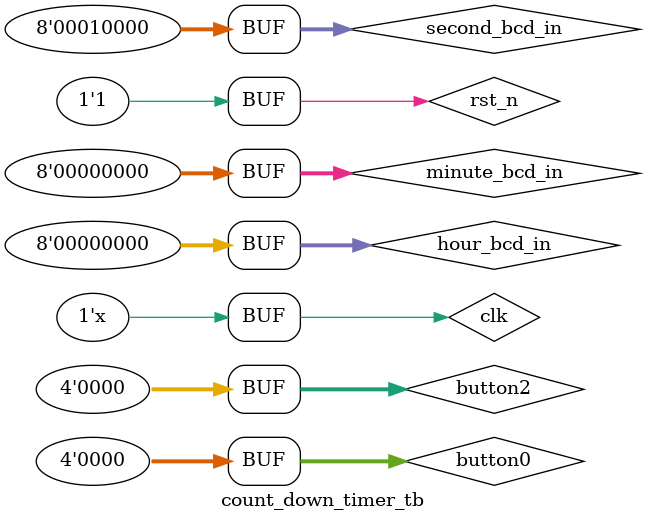
<source format=v>
`timescale 1ns / 1ps
module count_down_timer_tb ();

  // 定义输入和输出信号
  reg clk;  //需要1khz时钟
  reg rst_n;
  reg [3:0] button0;
  reg [3:0] button1;
  reg [3:0] button2;
  reg [3:0] button3;
  reg [3:0] button4;
  reg [3:0] button5;

  reg [7:0] hour_bcd_in;
  reg [7:0] minute_bcd_in;
  reg [7:0] second_bcd_in;

  wire [7:0] hour_out_bcd;
  wire [7:0] minute_out_bcd;
  wire [7:0] second_out_bcd;

  wire ring;

  // 实例化被测试模块
  counter_down_timerv2 uut (
      .clk(clk),
      .rst_n(rst_n),
      .start(button0),
      .pause(button1),
      .reset(button2),
      .hour_bcd_in(hour_bcd_in),
      .minute_bcd_in(minute_bcd_in),
      .second_bcd_in(second_bcd_in),
      .hour_out_bcd(hour_out_bcd),
      .minute_out_bcd(minute_out_bcd),
      .second_out_bcd(second_out_bcd),
      .ring(ring)
  );

  // 生成时钟信号
  always #10 clk = ~clk;

  // 测试过程
  initial begin
    // 初始化信号
    clk = 0;
    rst_n = 0;
    hour_bcd_in = 0;
    minute_bcd_in = 0;
    second_bcd_in = 8'h10;
    button0=0;

    // 复位
    #500 rst_n = 1;

    // 测试设置计时器
    #100 button0=1;
    #100 button0=0;

    #1450000 button2=1;
    #100 button2=0;

    #1450000 button0=1;
    #100 button0=0;


    /*
    $display("设置倒计时时间: %h:%h:%h", hour_bcd_in, minute_bcd_in, second_bcd_in);

    // 开始计时
    clock_en = 1;
    $display("开始倒计时时间: %h:%h:%h", hour_out_bcd, minute_out_bcd, second_out_bcd);

    #1000000000;
    clock_en = 0;
    $display("暂停后时间: %h:%h:%h", hour_out_bcd, minute_out_bcd, second_out_bcd);
    #1000000000;
    clock_en = 1;
    $display("继续倒计时时间: %h:%h:%h", hour_out_bcd, minute_out_bcd, second_out_bcd);

    // 测试重置功能
    #100000000 load = 1;
    #1000000 load = 0;
    $display("重置后时间: %h:%h:%h", hour_out_bcd, minute_out_bcd, second_out_bcd);


    // 测试重置功能
    #100000000 load = 1;
    #1000000 load = 0;

    $display("倒计时结束时间: %h:%h:%h", hour_out_bcd, minute_out_bcd, second_out_bcd);
    $display("铃声状态: %b", ring);
    // 测试重置功能
    #100000000 load = 1;
    #100000000 load = 0;
    // 结束仿真
    */
  end

endmodule

</source>
